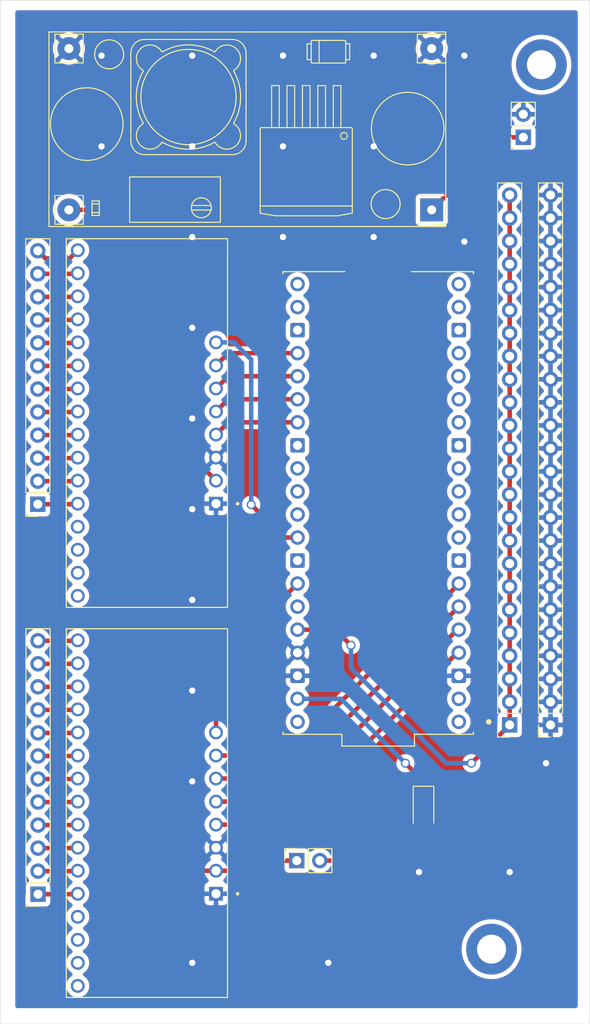
<source format=kicad_pcb>
(kicad_pcb (version 20240108) (generator "pcbnew") (generator_version "8.0")
  (layers (0 "F.Cu" signal) (31 "B.Cu" signal) (34 "B.Paste" user) (35 "F.Paste" user) (36 "B.SilkS" user "B.Silkscreen") (37 "F.SilkS" user "F.Silkscreen") (38 "B.Mask" user) (39 "F.Mask" user) (44 "Edge.Cuts" user))
  (net 0 "")
  (net 1 "GND")
  (net 2 "Net-(J3-Pin_1)")
  (net 5 "/S0_2")
  (net 6 "/S3")
  (net 7 "/S0")
  (net 9 "Net-(A1-VSYS)")
  (net 11 "Net-(A1-3V3_OUT)")
  (net 28 "Net-(D1-A)")
  (net 29 "Net-(J1-Pin_1)")
  (net 30 "Net-(J1-Pin_4)")
  (net 31 "/S2_2")
  (net 32 "/S3_2")
  (net 33 "/S1_2")
  (net 34 "/S2")
  (net 35 "Net-(J1-Pin_7)")
  (net 36 "Net-(J1-Pin_10)")
  (net 37 "Net-(J1-Pin_5)")
  (net 38 "Net-(J1-Pin_12)")
  (net 39 "Net-(J1-Pin_3)")
  (net 40 "Net-(J1-Pin_9)")
  (net 41 "Net-(J1-Pin_2)")
  (net 42 "Net-(J1-Pin_11)")
  (net 43 "Net-(J1-Pin_8)")
  (net 44 "Net-(J1-Pin_6)")
  (net 45 "Net-(J2-Pin_6)")
  (net 46 "Net-(J2-Pin_9)")
  (net 48 "Net-(J2-Pin_5)")
  (net 49 "Net-(J2-Pin_10)")
  (net 50 "Net-(J2-Pin_4)")
  (net 51 "Net-(J2-Pin_2)")
  (net 52 "Net-(J2-Pin_12)")
  (net 53 "Net-(J2-Pin_11)")
  (net 54 "Net-(J2-Pin_8)")
  (net 55 "Net-(J2-Pin_1)")
  (net 56 "Net-(J2-Pin_7)")
  (net 57 "/S1")
  (net 58 "/Out_2")
  (net 59 "/Out_1")
  (net 62 "Net-(J6-Pin_1)")
  (net 63 "Net-(J2-Pin_3)")
  (footprint "CD74HC:MODULE_BOB-09056" (layer "F.Cu") (at 40 60.5)
    (property "Reference" "U2" (hide yes))
    (property "Value" "BOB-09056" (hide yes))
    (pad "JP1-1" thru_hole circle (at -7.62 19.05) (size 1.53 1.53) (drill 1.02) (layers "*.Cu" "*.Mask"))
    (pad "JP1-2" thru_hole circle (at -7.62 16.51) (size 1.53 1.53) (drill 1.02) (layers "*.Cu" "*.Mask"))
    (pad "JP1-3" thru_hole circle (at -7.62 13.97) (size 1.53 1.53) (drill 1.02) (layers "*.Cu" "*.Mask"))
    (pad "JP1-4" thru_hole circle (at -7.62 11.43) (size 1.53 1.53) (drill 1.02) (layers "*.Cu" "*.Mask"))
    (pad "JP1-5" thru_hole circle (at -7.62 8.89) (size 1.53 1.53) (drill 1.02) (layers "*.Cu" "*.Mask") (net 55 "Net-(J2-Pin_1)"))
    (pad "JP1-6" thru_hole circle (at -7.62 6.35) (size 1.53 1.53) (drill 1.02) (layers "*.Cu" "*.Mask") (net 51 "Net-(J2-Pin_2)"))
    (pad "JP1-7" thru_hole circle (at -7.62 3.81) (size 1.53 1.53) (drill 1.02) (layers "*.Cu" "*.Mask") (net 63 "Net-(J2-Pin_3)"))
    (pad "JP1-8" thru_hole circle (at -7.62 1.27) (size 1.53 1.53) (drill 1.02) (layers "*.Cu" "*.Mask") (net 50 "Net-(J2-Pin_4)"))
    (pad "JP1-9" thru_hole circle (at -7.62 -1.27) (size 1.53 1.53) (drill 1.02) (layers "*.Cu" "*.Mask") (net 48 "Net-(J2-Pin_5)"))
    (pad "JP1-10" thru_hole circle (at -7.62 -3.81) (size 1.53 1.53) (drill 1.02) (layers "*.Cu" "*.Mask") (net 45 "Net-(J2-Pin_6)"))
    (pad "JP1-11" thru_hole circle (at -7.62 -6.35) (size 1.53 1.53) (drill 1.02) (layers "*.Cu" "*.Mask") (net 56 "Net-(J2-Pin_7)"))
    (pad "JP1-12" thru_hole circle (at -7.62 -8.89) (size 1.53 1.53) (drill 1.02) (layers "*.Cu" "*.Mask") (net 54 "Net-(J2-Pin_8)"))
    (pad "JP1-13" thru_hole circle (at -7.62 -11.43) (size 1.53 1.53) (drill 1.02) (layers "*.Cu" "*.Mask") (net 46 "Net-(J2-Pin_9)"))
    (pad "JP1-14" thru_hole circle (at -7.62 -13.97) (size 1.53 1.53) (drill 1.02) (layers "*.Cu" "*.Mask") (net 49 "Net-(J2-Pin_10)"))
    (pad "JP1-15" thru_hole circle (at -7.62 -16.51) (size 1.53 1.53) (drill 1.02) (layers "*.Cu" "*.Mask") (net 53 "Net-(J2-Pin_11)"))
    (pad "JP1-16" thru_hole circle (at -7.62 -19.05) (size 1.53 1.53) (drill 1.02) (layers "*.Cu" "*.Mask") (net 52 "Net-(J2-Pin_12)"))
    (pad "JP3-1" thru_hole rect (at 7.62 8.89) (size 1.53 1.53) (drill 1.02) (layers "*.Cu" "*.Mask") (net 1 "GND"))
    (pad "JP3-2" thru_hole circle (at 7.62 6.35) (size 1.53 1.53) (drill 1.02) (layers "*.Cu" "*.Mask") (net 62 "Net-(J6-Pin_1)"))
    (pad "JP3-3" thru_hole circle (at 7.62 3.81) (size 1.53 1.53) (drill 1.02) (layers "*.Cu" "*.Mask") (net 1 "GND"))
    (pad "JP3-4" thru_hole circle (at 7.62 1.27) (size 1.53 1.53) (drill 1.02) (layers "*.Cu" "*.Mask") (net 6 "/S3"))
    (pad "JP3-5" thru_hole circle (at 7.62 -1.27) (size 1.53 1.53) (drill 1.02) (layers "*.Cu" "*.Mask") (net 34 "/S2"))
    (pad "JP3-6" thru_hole circle (at 7.62 -3.81) (size 1.53 1.53) (drill 1.02) (layers "*.Cu" "*.Mask") (net 57 "/S1"))
    (pad "JP3-7" thru_hole circle (at 7.62 -6.35) (size 1.53 1.53) (drill 1.02) (layers "*.Cu" "*.Mask") (net 7 "/S0"))
    (pad "JP3-8" thru_hole circle (at 7.62 -8.89) (size 1.53 1.53) (drill 1.02) (layers "*.Cu" "*.Mask") (net 58 "/Out_2"))
  )
  (footprint "CD74HC:MODULE_BOB-09056" (layer "F.Cu") (at 40 103.5)
    (property "Reference" "U1" (hide yes))
    (property "Value" "BOB-09056" (hide yes))
    (pad "JP1-1" thru_hole circle (at -7.62 19.05) (size 1.53 1.53) (drill 1.02) (layers "*.Cu" "*.Mask"))
    (pad "JP1-2" thru_hole circle (at -7.62 16.51) (size 1.53 1.53) (drill 1.02) (layers "*.Cu" "*.Mask"))
    (pad "JP1-3" thru_hole circle (at -7.62 13.97) (size 1.53 1.53) (drill 1.02) (layers "*.Cu" "*.Mask"))
    (pad "JP1-4" thru_hole circle (at -7.62 11.43) (size 1.53 1.53) (drill 1.02) (layers "*.Cu" "*.Mask"))
    (pad "JP1-5" thru_hole circle (at -7.62 8.89) (size 1.53 1.53) (drill 1.02) (layers "*.Cu" "*.Mask") (net 29 "Net-(J1-Pin_1)"))
    (pad "JP1-6" thru_hole circle (at -7.62 6.35) (size 1.53 1.53) (drill 1.02) (layers "*.Cu" "*.Mask") (net 41 "Net-(J1-Pin_2)"))
    (pad "JP1-7" thru_hole circle (at -7.62 3.81) (size 1.53 1.53) (drill 1.02) (layers "*.Cu" "*.Mask") (net 39 "Net-(J1-Pin_3)"))
    (pad "JP1-8" thru_hole circle (at -7.62 1.27) (size 1.53 1.53) (drill 1.02) (layers "*.Cu" "*.Mask") (net 30 "Net-(J1-Pin_4)"))
    (pad "JP1-9" thru_hole circle (at -7.62 -1.27) (size 1.53 1.53) (drill 1.02) (layers "*.Cu" "*.Mask") (net 37 "Net-(J1-Pin_5)"))
    (pad "JP1-10" thru_hole circle (at -7.62 -3.81) (size 1.53 1.53) (drill 1.02) (layers "*.Cu" "*.Mask") (net 44 "Net-(J1-Pin_6)"))
    (pad "JP1-11" thru_hole circle (at -7.62 -6.35) (size 1.53 1.53) (drill 1.02) (layers "*.Cu" "*.Mask") (net 35 "Net-(J1-Pin_7)"))
    (pad "JP1-12" thru_hole circle (at -7.62 -8.89) (size 1.53 1.53) (drill 1.02) (layers "*.Cu" "*.Mask") (net 43 "Net-(J1-Pin_8)"))
    (pad "JP1-13" thru_hole circle (at -7.62 -11.43) (size 1.53 1.53) (drill 1.02) (layers "*.Cu" "*.Mask") (net 40 "Net-(J1-Pin_9)"))
    (pad "JP1-14" thru_hole circle (at -7.62 -13.97) (size 1.53 1.53) (drill 1.02) (layers "*.Cu" "*.Mask") (net 36 "Net-(J1-Pin_10)"))
    (pad "JP1-15" thru_hole circle (at -7.62 -16.51) (size 1.53 1.53) (drill 1.02) (layers "*.Cu" "*.Mask") (net 42 "Net-(J1-Pin_11)"))
    (pad "JP1-16" thru_hole circle (at -7.62 -19.05) (size 1.53 1.53) (drill 1.02) (layers "*.Cu" "*.Mask") (net 38 "Net-(J1-Pin_12)"))
    (pad "JP3-1" thru_hole rect (at 7.62 8.89) (size 1.53 1.53) (drill 1.02) (layers "*.Cu" "*.Mask") (net 1 "GND"))
    (pad "JP3-2" thru_hole circle (at 7.62 6.35) (size 1.53 1.53) (drill 1.02) (layers "*.Cu" "*.Mask") (net 62 "Net-(J6-Pin_1)"))
    (pad "JP3-3" thru_hole circle (at 7.62 3.81) (size 1.53 1.53) (drill 1.02) (layers "*.Cu" "*.Mask") (net 1 "GND"))
    (pad "JP3-4" thru_hole circle (at 7.62 1.27) (size 1.53 1.53) (drill 1.02) (layers "*.Cu" "*.Mask") (net 32 "/S3_2"))
    (pad "JP3-5" thru_hole circle (at 7.62 -1.27) (size 1.53 1.53) (drill 1.02) (layers "*.Cu" "*.Mask") (net 31 "/S2_2"))
    (pad "JP3-6" thru_hole circle (at 7.62 -3.81) (size 1.53 1.53) (drill 1.02) (layers "*.Cu" "*.Mask") (net 33 "/S1_2"))
    (pad "JP3-7" thru_hole circle (at 7.62 -6.35) (size 1.53 1.53) (drill 1.02) (layers "*.Cu" "*.Mask") (net 5 "/S0_2"))
    (pad "JP3-8" thru_hole circle (at 7.62 -8.89) (size 1.53 1.53) (drill 1.02) (layers "*.Cu" "*.Mask") (net 59 "/Out_1"))
  )
  (footprint "MountingHole:MountingHole_3.2mm_M3_DIN965_Pad" (layer "F.Cu") (at 83.5 21)
    (property "Reference" "H1" (hide yes))
    (property "Value" "MountingHole_Pad" (hide yes))
    (pad "1" thru_hole circle (at 0 0) (size 5.6 5.6) (drill 3.2) (layers "*.Cu" "*.Mask"))
  )
  (footprint "Connector_PinSocket_2.54mm:PinSocket_1x12_P2.54mm_Vertical" (layer "F.Cu") (at 27.975 69.45 180)
    (property "Reference" "J2" (hide yes))
    (property "Value" "Conn_01x12_Pin" (hide yes))
    (pad "1" thru_hole rect (at 0 0 180) (size 1.7 1.7) (drill 1) (layers "*.Cu" "*.Mask") (net 55 "Net-(J2-Pin_1)"))
    (pad "2" thru_hole oval (at 0 2.54 180) (size 1.7 1.7) (drill 1) (layers "*.Cu" "*.Mask") (net 51 "Net-(J2-Pin_2)"))
    (pad "3" thru_hole oval (at 0 5.08 180) (size 1.7 1.7) (drill 1) (layers "*.Cu" "*.Mask") (net 63 "Net-(J2-Pin_3)"))
    (pad "4" thru_hole oval (at 0 7.62 180) (size 1.7 1.7) (drill 1) (layers "*.Cu" "*.Mask") (net 50 "Net-(J2-Pin_4)"))
    (pad "5" thru_hole oval (at 0 10.16 180) (size 1.7 1.7) (drill 1) (layers "*.Cu" "*.Mask") (net 48 "Net-(J2-Pin_5)"))
    (pad "6" thru_hole oval (at 0 12.7 180) (size 1.7 1.7) (drill 1) (layers "*.Cu" "*.Mask") (net 45 "Net-(J2-Pin_6)"))
    (pad "7" thru_hole oval (at 0 15.24 180) (size 1.7 1.7) (drill 1) (layers "*.Cu" "*.Mask") (net 56 "Net-(J2-Pin_7)"))
    (pad "8" thru_hole oval (at 0 17.78 180) (size 1.7 1.7) (drill 1) (layers "*.Cu" "*.Mask") (net 54 "Net-(J2-Pin_8)"))
    (pad "9" thru_hole oval (at 0 20.32 180) (size 1.7 1.7) (drill 1) (layers "*.Cu" "*.Mask") (net 46 "Net-(J2-Pin_9)"))
    (pad "10" thru_hole oval (at 0 22.86 180) (size 1.7 1.7) (drill 1) (layers "*.Cu" "*.Mask") (net 49 "Net-(J2-Pin_10)"))
    (pad "11" thru_hole oval (at 0 25.4 180) (size 1.7 1.7) (drill 1) (layers "*.Cu" "*.Mask") (net 53 "Net-(J2-Pin_11)"))
    (pad "12" thru_hole oval (at 0 27.94 180) (size 1.7 1.7) (drill 1) (layers "*.Cu" "*.Mask") (net 52 "Net-(J2-Pin_12)"))
  )
  (footprint "Connector_PinSocket_2.54mm:PinSocket_1x24_P2.54mm_Vertical" (layer "F.Cu") (at 80 93.78 180)
    (property "Reference" "J5" (hide yes))
    (property "Value" "Conn_01x24_Socket" (hide yes))
    (pad "1" thru_hole rect (at 0 0 180) (size 1.7 1.7) (drill 1) (layers "*.Cu" "*.Mask") (net 11 "Net-(A1-3V3_OUT)"))
    (pad "2" thru_hole oval (at 0 2.54 180) (size 1.7 1.7) (drill 1) (layers "*.Cu" "*.Mask") (net 11 "Net-(A1-3V3_OUT)"))
    (pad "3" thru_hole oval (at 0 5.08 180) (size 1.7 1.7) (drill 1) (layers "*.Cu" "*.Mask") (net 11 "Net-(A1-3V3_OUT)"))
    (pad "4" thru_hole oval (at 0 7.62 180) (size 1.7 1.7) (drill 1) (layers "*.Cu" "*.Mask") (net 11 "Net-(A1-3V3_OUT)"))
    (pad "5" thru_hole oval (at 0 10.16 180) (size 1.7 1.7) (drill 1) (layers "*.Cu" "*.Mask") (net 11 "Net-(A1-3V3_OUT)"))
    (pad "6" thru_hole oval (at 0 12.7 180) (size 1.7 1.7) (drill 1) (layers "*.Cu" "*.Mask") (net 11 "Net-(A1-3V3_OUT)"))
    (pad "7" thru_hole oval (at 0 15.24 180) (size 1.7 1.7) (drill 1) (layers "*.Cu" "*.Mask") (net 11 "Net-(A1-3V3_OUT)"))
    (pad "8" thru_hole oval (at 0 17.78 180) (size 1.7 1.7) (drill 1) (layers "*.Cu" "*.Mask") (net 11 "Net-(A1-3V3_OUT)"))
    (pad "9" thru_hole oval (at 0 20.32 180) (size 1.7 1.7) (drill 1) (layers "*.Cu" "*.Mask") (net 11 "Net-(A1-3V3_OUT)"))
    (pad "10" thru_hole oval (at 0 22.86 180) (size 1.7 1.7) (drill 1) (layers "*.Cu" "*.Mask") (net 11 "Net-(A1-3V3_OUT)"))
    (pad "11" thru_hole oval (at 0 25.4 180) (size 1.7 1.7) (drill 1) (layers "*.Cu" "*.Mask") (net 11 "Net-(A1-3V3_OUT)"))
    (pad "12" thru_hole oval (at 0 27.94 180) (size 1.7 1.7) (drill 1) (layers "*.Cu" "*.Mask") (net 11 "Net-(A1-3V3_OUT)"))
    (pad "13" thru_hole oval (at 0 30.48 180) (size 1.7 1.7) (drill 1) (layers "*.Cu" "*.Mask") (net 11 "Net-(A1-3V3_OUT)"))
    (pad "14" thru_hole oval (at 0 33.02 180) (size 1.7 1.7) (drill 1) (layers "*.Cu" "*.Mask") (net 11 "Net-(A1-3V3_OUT)"))
    (pad "15" thru_hole oval (at 0 35.56 180) (size 1.7 1.7) (drill 1) (layers "*.Cu" "*.Mask") (net 11 "Net-(A1-3V3_OUT)"))
    (pad "16" thru_hole oval (at 0 38.1 180) (size 1.7 1.7) (drill 1) (layers "*.Cu" "*.Mask") (net 11 "Net-(A1-3V3_OUT)"))
    (pad "17" thru_hole oval (at 0 40.64 180) (size 1.7 1.7) (drill 1) (layers "*.Cu" "*.Mask") (net 11 "Net-(A1-3V3_OUT)"))
    (pad "18" thru_hole oval (at 0 43.18 180) (size 1.7 1.7) (drill 1) (layers "*.Cu" "*.Mask") (net 11 "Net-(A1-3V3_OUT)"))
    (pad "19" thru_hole oval (at 0 45.72 180) (size 1.7 1.7) (drill 1) (layers "*.Cu" "*.Mask") (net 11 "Net-(A1-3V3_OUT)"))
    (pad "20" thru_hole oval (at 0 48.26 180) (size 1.7 1.7) (drill 1) (layers "*.Cu" "*.Mask") (net 11 "Net-(A1-3V3_OUT)"))
    (pad "21" thru_hole oval (at 0 50.8 180) (size 1.7 1.7) (drill 1) (layers "*.Cu" "*.Mask") (net 11 "Net-(A1-3V3_OUT)"))
    (pad "22" thru_hole oval (at 0 53.34 180) (size 1.7 1.7) (drill 1) (layers "*.Cu" "*.Mask") (net 11 "Net-(A1-3V3_OUT)"))
    (pad "23" thru_hole oval (at 0 55.88 180) (size 1.7 1.7) (drill 1) (layers "*.Cu" "*.Mask") (net 11 "Net-(A1-3V3_OUT)"))
    (pad "24" thru_hole oval (at 0 58.42 180) (size 1.7 1.7) (drill 1) (layers "*.Cu" "*.Mask") (net 11 "Net-(A1-3V3_OUT)"))
  )
  (footprint "Connector_PinSocket_2.54mm:PinSocket_1x12_P2.54mm_Vertical" (layer "F.Cu") (at 28 112.44 180)
    (property "Reference" "J1" (hide yes))
    (property "Value" "Conn_01x12_Pin" (hide yes))
    (pad "1" thru_hole rect (at 0 0 180) (size 1.7 1.7) (drill 1) (layers "*.Cu" "*.Mask") (net 29 "Net-(J1-Pin_1)"))
    (pad "2" thru_hole oval (at 0 2.54 180) (size 1.7 1.7) (drill 1) (layers "*.Cu" "*.Mask") (net 41 "Net-(J1-Pin_2)"))
    (pad "3" thru_hole oval (at 0 5.08 180) (size 1.7 1.7) (drill 1) (layers "*.Cu" "*.Mask") (net 39 "Net-(J1-Pin_3)"))
    (pad "4" thru_hole oval (at 0 7.62 180) (size 1.7 1.7) (drill 1) (layers "*.Cu" "*.Mask") (net 30 "Net-(J1-Pin_4)"))
    (pad "5" thru_hole oval (at 0 10.16 180) (size 1.7 1.7) (drill 1) (layers "*.Cu" "*.Mask") (net 37 "Net-(J1-Pin_5)"))
    (pad "6" thru_hole oval (at 0 12.7 180) (size 1.7 1.7) (drill 1) (layers "*.Cu" "*.Mask") (net 44 "Net-(J1-Pin_6)"))
    (pad "7" thru_hole oval (at 0 15.24 180) (size 1.7 1.7) (drill 1) (layers "*.Cu" "*.Mask") (net 35 "Net-(J1-Pin_7)"))
    (pad "8" thru_hole oval (at 0 17.78 180) (size 1.7 1.7) (drill 1) (layers "*.Cu" "*.Mask") (net 43 "Net-(J1-Pin_8)"))
    (pad "9" thru_hole oval (at 0 20.32 180) (size 1.7 1.7) (drill 1) (layers "*.Cu" "*.Mask") (net 40 "Net-(J1-Pin_9)"))
    (pad "10" thru_hole oval (at 0 22.86 180) (size 1.7 1.7) (drill 1) (layers "*.Cu" "*.Mask") (net 36 "Net-(J1-Pin_10)"))
    (pad "11" thru_hole oval (at 0 25.4 180) (size 1.7 1.7) (drill 1) (layers "*.Cu" "*.Mask") (net 42 "Net-(J1-Pin_11)"))
    (pad "12" thru_hole oval (at 0 27.94 180) (size 1.7 1.7) (drill 1) (layers "*.Cu" "*.Mask") (net 38 "Net-(J1-Pin_12)"))
  )
  (footprint "Connector_PinSocket_2.54mm:PinSocket_1x24_P2.54mm_Vertical" (layer "F.Cu") (at 84.5 93.78 180)
    (property "Reference" "J4" (hide yes))
    (property "Value" "Conn_01x24_Socket" (hide yes))
    (pad "1" thru_hole rect (at 0 0 180) (size 1.7 1.7) (drill 1) (layers "*.Cu" "*.Mask") (net 1 "GND"))
    (pad "2" thru_hole oval (at 0 2.54 180) (size 1.7 1.7) (drill 1) (layers "*.Cu" "*.Mask") (net 1 "GND"))
    (pad "3" thru_hole oval (at 0 5.08 180) (size 1.7 1.7) (drill 1) (layers "*.Cu" "*.Mask") (net 1 "GND"))
    (pad "4" thru_hole oval (at 0 7.62 180) (size 1.7 1.7) (drill 1) (layers "*.Cu" "*.Mask") (net 1 "GND"))
    (pad "5" thru_hole oval (at 0 10.16 180) (size 1.7 1.7) (drill 1) (layers "*.Cu" "*.Mask") (net 1 "GND"))
    (pad "6" thru_hole oval (at 0 12.7 180) (size 1.7 1.7) (drill 1) (layers "*.Cu" "*.Mask") (net 1 "GND"))
    (pad "7" thru_hole oval (at 0 15.24 180) (size 1.7 1.7) (drill 1) (layers "*.Cu" "*.Mask") (net 1 "GND"))
    (pad "8" thru_hole oval (at 0 17.78 180) (size 1.7 1.7) (drill 1) (layers "*.Cu" "*.Mask") (net 1 "GND"))
    (pad "9" thru_hole oval (at 0 20.32 180) (size 1.7 1.7) (drill 1) (layers "*.Cu" "*.Mask") (net 1 "GND"))
    (pad "10" thru_hole oval (at 0 22.86 180) (size 1.7 1.7) (drill 1) (layers "*.Cu" "*.Mask") (net 1 "GND"))
    (pad "11" thru_hole oval (at 0 25.4 180) (size 1.7 1.7) (drill 1) (layers "*.Cu" "*.Mask") (net 1 "GND"))
    (pad "12" thru_hole oval (at 0 27.94 180) (size 1.7 1.7) (drill 1) (layers "*.Cu" "*.Mask") (net 1 "GND"))
    (pad "13" thru_hole oval (at 0 30.48 180) (size 1.7 1.7) (drill 1) (layers "*.Cu" "*.Mask") (net 1 "GND"))
    (pad "14" thru_hole oval (at 0 33.02 180) (size 1.7 1.7) (drill 1) (layers "*.Cu" "*.Mask") (net 1 "GND"))
    (pad "15" thru_hole oval (at 0 35.56 180) (size 1.7 1.7) (drill 1) (layers "*.Cu" "*.Mask") (net 1 "GND"))
    (pad "16" thru_hole oval (at 0 38.1 180) (size 1.7 1.7) (drill 1) (layers "*.Cu" "*.Mask") (net 1 "GND"))
    (pad "17" thru_hole oval (at 0 40.64 180) (size 1.7 1.7) (drill 1) (layers "*.Cu" "*.Mask") (net 1 "GND"))
    (pad "18" thru_hole oval (at 0 43.18 180) (size 1.7 1.7) (drill 1) (layers "*.Cu" "*.Mask") (net 1 "GND"))
    (pad "19" thru_hole oval (at 0 45.72 180) (size 1.7 1.7) (drill 1) (layers "*.Cu" "*.Mask") (net 1 "GND"))
    (pad "20" thru_hole oval (at 0 48.26 180) (size 1.7 1.7) (drill 1) (layers "*.Cu" "*.Mask") (net 1 "GND"))
    (pad "21" thru_hole oval (at 0 50.8 180) (size 1.7 1.7) (drill 1) (layers "*.Cu" "*.Mask") (net 1 "GND"))
    (pad "22" thru_hole oval (at 0 53.34 180) (size 1.7 1.7) (drill 1) (layers "*.Cu" "*.Mask") (net 1 "GND"))
    (pad "23" thru_hole oval (at 0 55.88 180) (size 1.7 1.7) (drill 1) (layers "*.Cu" "*.Mask") (net 1 "GND"))
    (pad "24" thru_hole oval (at 0 58.42 180) (size 1.7 1.7) (drill 1) (layers "*.Cu" "*.Mask") (net 1 "GND"))
  )
  (footprint "Connector_PinSocket_2.54mm:PinSocket_1x02_P2.54mm_Vertical" (layer "F.Cu") (at 56.525 108.7375 90)
    (property "Reference" "J6" (hide yes))
    (property "Value" "Conn_01x02_Pin" (hide yes))
    (pad "1" thru_hole rect (at 0 0 90) (size 1.7 1.7) (drill 1) (layers "*.Cu" "*.Mask") (net 62 "Net-(J6-Pin_1)"))
    (pad "2" thru_hole oval (at 0 2.54 90) (size 1.7 1.7) (drill 1) (layers "*.Cu" "*.Mask") (net 28 "Net-(D1-A)"))
  )
  (footprint "MountingHole:MountingHole_3.2mm_M3_DIN965_Pad" (layer "F.Cu") (at 78 118.5)
    (property "Reference" "H2" (hide yes))
    (property "Value" "MountingHole_Pad" (hide yes))
    (pad "1" thru_hole circle (at 0 0) (size 5.6 5.6) (drill 3.2) (layers "*.Cu" "*.Mask"))
  )
  (footprint "LM2596S:YAAJ_DCDC_StepDown_LM2596" (layer "F.Cu") (at 71.4 37 180)
    (property "Reference" "U6" (hide yes))
    (property "Value" "YAAJ_DCDC_StepDown_LM2596" (hide yes))
    (pad "1" thru_hole rect (at 0 0 180) (size 2.54 2.54) (drill 1) (layers "*.Cu" "*.Mask") (net 2 "Net-(J3-Pin_1)"))
    (pad "2" thru_hole circle (at 0 17.78 180) (size 2.54 2.54) (drill 1) (layers "*.Cu" "*.Mask") (net 1 "GND"))
    (pad "3" thru_hole circle (at 40 17.78 180) (size 2.54 2.54) (drill 1) (layers "*.Cu" "*.Mask") (net 1 "GND"))
    (pad "4" thru_hole circle (at 40 0 180) (size 2.54 2.54) (drill 1) (layers "*.Cu" "*.Mask") (net 62 "Net-(J6-Pin_1)"))
  )
  (footprint "Diode_SMD:D_1206_3216Metric_Pad1.42x1.75mm_HandSolder" (layer "F.Cu") (at 70.5 103 -90)
    (property "Reference" "D1" (hide yes))
    (property "Value" "D_Schottky" (hide yes))
    (pad "1" smd roundrect (at -1.4875 0 270) (size 1.425 1.75) (layers "F.Cu" "F.Paste" "F.Mask") (roundrect_rratio 0.175439) (net 9 "Net-(A1-VSYS)"))
    (pad "2" smd roundrect (at 1.4875 0 270) (size 1.425 1.75) (layers "F.Cu" "F.Paste" "F.Mask") (roundrect_rratio 0.175439) (net 28 "Net-(D1-A)"))
  )
  (footprint "rppipicow:MODULE_SC0918" (layer "F.Cu") (at 65.5 69.31 180)
    (property "Reference" "A1" (hide yes))
    (property "Value" "SC0918" (hide yes))
    (pad "1" thru_hole circle (at -8.89 -24.13 180) (size 1.6 1.6) (drill 1) (layers "*.Cu" "*.Mask"))
    (pad "2" thru_hole circle (at -8.89 -21.59 180) (size 1.6 1.6) (drill 1) (layers "*.Cu" "*.Mask"))
    (pad "3" thru_hole roundrect (at -8.89 -19.05 180) (size 1.6 1.6) (drill 1) (layers "*.Cu" "*.Mask") (roundrect_rratio 0.125) (net 1 "GND"))
    (pad "4" thru_hole circle (at -8.89 -16.51 180) (size 1.6 1.6) (drill 1) (layers "*.Cu" "*.Mask") (net 32 "/S3_2"))
    (pad "5" thru_hole circle (at -8.89 -13.97 180) (size 1.6 1.6) (drill 1) (layers "*.Cu" "*.Mask") (net 31 "/S2_2"))
    (pad "6" thru_hole circle (at -8.89 -11.43 180) (size 1.6 1.6) (drill 1) (layers "*.Cu" "*.Mask") (net 33 "/S1_2"))
    (pad "7" thru_hole circle (at -8.89 -8.89 180) (size 1.6 1.6) (drill 1) (layers "*.Cu" "*.Mask") (net 5 "/S0_2"))
    (pad "8" thru_hole roundrect (at -8.89 -6.35 180) (size 1.6 1.6) (drill 1) (layers "*.Cu" "*.Mask") (roundrect_rratio 0.125))
    (pad "9" thru_hole circle (at -8.89 -3.81 180) (size 1.6 1.6) (drill 1) (layers "*.Cu" "*.Mask"))
    (pad "10" thru_hole circle (at -8.89 -1.27 180) (size 1.6 1.6) (drill 1) (layers "*.Cu" "*.Mask"))
    (pad "11" thru_hole circle (at -8.89 1.27 180) (size 1.6 1.6) (drill 1) (layers "*.Cu" "*.Mask"))
    (pad "12" thru_hole circle (at -8.89 3.81 180) (size 1.6 1.6) (drill 1) (layers "*.Cu" "*.Mask"))
    (pad "13" thru_hole roundrect (at -8.89 6.35 180) (size 1.6 1.6) (drill 1) (layers "*.Cu" "*.Mask") (roundrect_rratio 0.125))
    (pad "14" thru_hole circle (at -8.89 8.89 180) (size 1.6 1.6) (drill 1) (layers "*.Cu" "*.Mask"))
    (pad "15" thru_hole circle (at -8.89 11.43 180) (size 1.6 1.6) (drill 1) (layers "*.Cu" "*.Mask"))
    (pad "16" thru_hole circle (at -8.848119 13.97 180) (size 1.6 1.6) (drill 1) (layers "*.Cu" "*.Mask"))
    (pad "17" thru_hole circle (at -8.89 16.51 180) (size 1.6 1.6) (drill 1) (layers "*.Cu" "*.Mask"))
    (pad "18" thru_hole roundrect (at -8.89 19.05 180) (size 1.6 1.6) (drill 1) (layers "*.Cu" "*.Mask") (roundrect_rratio 0.125))
    (pad "19" thru_hole circle (at -8.89 21.59 180) (size 1.6 1.6) (drill 1) (layers "*.Cu" "*.Mask"))
    (pad "20" thru_hole circle (at -8.89 24.13 180) (size 1.6 1.6) (drill 1) (layers "*.Cu" "*.Mask"))
    (pad "21" thru_hole circle (at 8.89 24.13 180) (size 1.6 1.6) (drill 1) (layers "*.Cu" "*.Mask"))
    (pad "22" thru_hole circle (at 8.89 21.59 180) (size 1.6 1.6) (drill 1) (layers "*.Cu" "*.Mask"))
    (pad "23" thru_hole roundrect (at 8.89 19.05 180) (size 1.6 1.6) (drill 1) (layers "*.Cu" "*.Mask") (roundrect_rratio 0.125))
    (pad "24" thru_hole circle (at 8.89 16.51 180) (size 1.6 1.6) (drill 1) (layers "*.Cu" "*.Mask") (net 7 "/S0"))
    (pad "25" thru_hole circle (at 8.89 13.97 180) (size 1.6 1.6) (drill 1) (layers "*.Cu" "*.Mask") (net 57 "/S1"))
    (pad "26" thru_hole circle (at 8.89 11.43 180) (size 1.6 1.6) (drill 1) (layers "*.Cu" "*.Mask") (net 34 "/S2"))
    (pad "27" thru_hole circle (at 8.89 8.89 180) (size 1.6 1.6) (drill 1) (layers "*.Cu" "*.Mask") (net 6 "/S3"))
    (pad "28" thru_hole roundrect (at 8.89 6.35 180) (size 1.6 1.6) (drill 1) (layers "*.Cu" "*.Mask") (roundrect_rratio 0.125))
    (pad "29" thru_hole circle (at 8.89 3.81 180) (size 1.6 1.6) (drill 1) (layers "*.Cu" "*.Mask"))
    (pad "30" thru_hole circle (at 8.89 1.27 180) (size 1.6 1.6) (drill 1) (layers "*.Cu" "*.Mask"))
    (pad "31" thru_hole circle (at 8.89 -1.27 180) (size 1.6 1.6) (drill 1) (layers "*.Cu" "*.Mask"))
    (pad "32" thru_hole circle (at 8.89 -3.81 180) (size 1.6 1.6) (drill 1) (layers "*.Cu" "*.Mask") (net 58 "/Out_2"))
    (pad "33" thru_hole roundrect (at 8.89 -6.35 180) (size 1.6 1.6) (drill 1) (layers "*.Cu" "*.Mask") (roundrect_rratio 0.125))
    (pad "34" thru_hole circle (at 8.89 -8.89 180) (size 1.6 1.6) (drill 1) (layers "*.Cu" "*.Mask") (net 59 "/Out_1"))
    (pad "35" thru_hole circle (at 8.89 -11.43 180) (size 1.6 1.6) (drill 1) (layers "*.Cu" "*.Mask"))
    (pad "36" thru_hole circle (at 8.89 -13.97 180) (size 1.6 1.6) (drill 1) (layers "*.Cu" "*.Mask") (net 11 "Net-(A1-3V3_OUT)"))
    (pad "37" thru_hole circle (at 8.89 -16.51 180) (size 1.6 1.6) (drill 1) (layers "*.Cu" "*.Mask") (net 1 "GND"))
    (pad "38" thru_hole roundrect (at 8.89 -19.05 180) (size 1.6 1.6) (drill 1) (layers "*.Cu" "*.Mask") (roundrect_rratio 0.125) (net 1 "GND"))
    (pad "39" thru_hole circle (at 8.89 -21.59 180) (size 1.6 1.6) (drill 1) (layers "*.Cu" "*.Mask") (net 9 "Net-(A1-VSYS)"))
    (pad "40" thru_hole circle (at 8.89 -24.13 180) (size 1.6 1.6) (drill 1) (layers "*.Cu" "*.Mask"))
  )
  (footprint "Connector_PinSocket_2.54mm:PinSocket_1x02_P2.54mm_Vertical" (layer "F.Cu") (at 81.5 29 180)
    (property "Reference" "J3" (hide yes))
    (property "Value" "Conn_01x02_Pin" (hide yes))
    (pad "1" thru_hole rect (at 0 0 180) (size 1.7 1.7) (drill 1) (layers "*.Cu" "*.Mask") (net 2 "Net-(J3-Pin_1)"))
    (pad "2" thru_hole oval (at 0 2.54 180) (size 1.7 1.7) (drill 1) (layers "*.Cu" "*.Mask") (net 1 "GND"))
  )
  (gr_rect (start 23.83 13.89) (end 88.83 126.74) (stroke (width 0.05)) (fill none) (layer "Edge.Cuts"))
  (via (at 45 60) (size 1) (drill 0.7) (layers "F.Cu" "B.Cu") (net 1))
  (via (at 75 20) (size 1) (drill 0.7) (layers "F.Cu" "B.Cu") (net 1))
  (via (at 84 98) (size 1) (drill 0.7) (layers "F.Cu" "B.Cu") (net 1))
  (via (at 80 110) (size 1) (drill 0.7) (layers "F.Cu" "B.Cu") (net 1))
  (via (at 45 70) (size 1) (drill 0.7) (layers "F.Cu" "B.Cu") (net 1))
  (via (at 35 20) (size 1) (drill 0.7) (layers "F.Cu" "B.Cu") (net 1))
  (via (at 65 20) (size 1) (drill 0.7) (layers "F.Cu" "B.Cu") (net 1))
  (via (at 75 40.5) (size 1) (drill 0.7) (layers "F.Cu" "B.Cu") (net 1))
  (via (at 60 120) (size 1) (drill 0.7) (layers "F.Cu" "B.Cu") (net 1))
  (via (at 65 30) (size 1) (drill 0.7) (layers "F.Cu" "B.Cu") (net 1))
  (via (at 55 30) (size 1) (drill 0.7) (layers "F.Cu" "B.Cu") (net 1))
  (via (at 70 110) (size 1) (drill 0.7) (layers "F.Cu" "B.Cu") (net 1))
  (via (at 45 120) (size 1) (drill 0.7) (layers "F.Cu" "B.Cu") (net 1))
  (via (at 45 30) (size 1) (drill 0.7) (layers "F.Cu" "B.Cu") (net 1))
  (via (at 55 40) (size 1) (drill 0.7) (layers "F.Cu" "B.Cu") (net 1))
  (via (at 45 100) (size 1) (drill 0.7) (layers "F.Cu" "B.Cu") (net 1))
  (via (at 35 30) (size 1) (drill 0.7) (layers "F.Cu" "B.Cu") (net 1))
  (via (at 55 20) (size 1) (drill 0.7) (layers "F.Cu" "B.Cu") (net 1))
  (via (at 65 40) (size 1) (drill 0.7) (layers "F.Cu" "B.Cu") (net 1))
  (via (at 45 80) (size 1) (drill 0.7) (layers "F.Cu" "B.Cu") (net 1))
  (via (at 45 40) (size 1) (drill 0.7) (layers "F.Cu" "B.Cu") (net 1))
  (via (at 45 50) (size 1) (drill 0.7) (layers "F.Cu" "B.Cu") (net 1))
  (via (at 45 20) (size 1) (drill 0.7) (layers "F.Cu" "B.Cu") (net 1))
  (via (at 45 90) (size 1) (drill 0.7) (layers "F.Cu" "B.Cu") (net 1))
  (segment (start 81.5 29) (end 79.4 29) (width 0.5) (layer "F.Cu") (net 2))
  (segment (start 79.4 29) (end 71.4 37) (width 0.5) (layer "F.Cu") (net 2))
  (segment (start 55.471016 97.15) (end 74.39 78.231016) (width 0.5) (layer "F.Cu") (net 5))
  (segment (start 74.39 78.231016) (end 74.39 78.2) (width 0.5) (layer "F.Cu") (net 5))
  (segment (start 47.62 97.15) (end 55.471016 97.15) (width 0.5) (layer "F.Cu") (net 5))
  (segment (start 56.61 60.42) (end 48.97 60.42) (width 0.5) (layer "F.Cu") (net 6))
  (segment (start 48.97 60.42) (end 47.62 61.77) (width 0.5) (layer "F.Cu") (net 6))
  (segment (start 47.62 54.15) (end 48.97 52.8) (width 0.5) (layer "F.Cu") (net 7))
  (segment (start 48.97 52.8) (end 56.61 52.8) (width 0.5) (layer "F.Cu") (net 7))
  (segment (start 70.5 100) (end 68.5 98) (width 0.5) (layer "F.Cu") (net 9))
  (segment (start 70.5 101.5125) (end 70.5 100) (width 0.5) (layer "F.Cu") (net 9))
  (via (at 68.5 98) (size 1) (drill 0.7) (layers "F.Cu" "B.Cu") (net 9))
  (segment (start 61.4 90.9) (end 56.61 90.9) (width 0.5) (layer "B.Cu") (net 9))
  (segment (start 68.5 98) (end 61.4 90.9) (width 0.5) (layer "B.Cu") (net 9))
  (segment (start 80 48.06) (end 80 45.52) (width 0.5) (layer "F.Cu") (net 11))
  (segment (start 80 58.22) (end 80 55.68) (width 0.5) (layer "F.Cu") (net 11))
  (segment (start 75.78 98) (end 80 93.78) (width 0.5) (layer "F.Cu") (net 11))
  (segment (start 80 50.6) (end 80 48.06) (width 0.5) (layer "F.Cu") (net 11))
  (segment (start 60.78 83.28) (end 62.5 85) (width 0.5) (layer "F.Cu") (net 11))
  (segment (start 80 70.92) (end 80 68.38) (width 0.5) (layer "F.Cu") (net 11))
  (segment (start 80 55.68) (end 80 53.14) (width 0.5) (layer "F.Cu") (net 11))
  (segment (start 80 65.84) (end 80 63.3) (width 0.5) (layer "F.Cu") (net 11))
  (segment (start 80 68.38) (end 80 65.84) (width 0.5) (layer "F.Cu") (net 11))
  (segment (start 80 60.76) (end 80 58.22) (width 0.5) (layer "F.Cu") (net 11))
  (segment (start 80 81.08) (end 80 78.54) (width 0.5) (layer "F.Cu") (net 11))
  (segment (start 80 86.16) (end 80 83.62) (width 0.5) (layer "F.Cu") (net 11))
  (segment (start 80 53.14) (end 80 50.6) (width 0.5) (layer "F.Cu") (net 11))
  (segment (start 80 40.44) (end 80 37.9) (width 0.5) (layer "F.Cu") (net 11))
  (segment (start 80 91.24) (end 80 88.7) (width 0.5) (layer "F.Cu") (net 11))
  (segment (start 80 42.98) (end 80 40.44) (width 0.5) (layer "F.Cu") (net 11))
  (segment (start 80 83.62) (end 80 81.08) (width 0.5) (layer "F.Cu") (net 11))
  (segment (start 80 76) (end 80 73.46) (width 0.5) (layer "F.Cu") (net 11))
  (segment (start 80 73.46) (end 80 70.92) (width 0.5) (layer "F.Cu") (net 11))
  (segment (start 56.61 83.28) (end 60.78 83.28) (width 0.5) (layer "F.Cu") (net 11))
  (segment (start 80 78.54) (end 80 76) (width 0.5) (layer "F.Cu") (net 11))
  (segment (start 80 86.16) (end 80 88.7) (width 0.5) (layer "F.Cu") (net 11))
  (segment (start 80 93.78) (end 80 91.24) (width 0.5) (layer "F.Cu") (net 11))
  (segment (start 80 63.3) (end 80 60.76) (width 0.5) (layer "F.Cu") (net 11))
  (segment (start 80 45.52) (end 80 42.98) (width 0.5) (layer "F.Cu") (net 11))
  (segment (start 80 37.9) (end 80 35.36) (width 0.5) (layer "F.Cu") (net 11))
  (via (at 62.5 85) (size 1) (drill 0.7) (layers "F.Cu" "B.Cu") (net 11))
  (via (at 75.78 98) (size 1) (drill 0.7) (layers "F.Cu" "B.Cu") (net 11))
  (segment (start 62.5 87.5) (end 73 98) (width 0.5) (layer "B.Cu") (net 11))
  (segment (start 73 98) (end 75.78 98) (width 0.5) (layer "B.Cu") (net 11))
  (segment (start 62.5 85) (end 62.5 87.5) (width 0.5) (layer "B.Cu") (net 11))
  (segment (start 66.25 108.7375) (end 70.5 104.4875) (width 0.5) (layer "F.Cu") (net 28))
  (segment (start 59.065 108.7375) (end 66.25 108.7375) (width 0.5) (layer "F.Cu") (net 28))
  (segment (start 28 112.44) (end 32.33 112.44) (width 0.5) (layer "F.Cu") (net 29))
  (segment (start 32.33 112.44) (end 32.38 112.39) (width 0.5) (layer "F.Cu") (net 29))
  (segment (start 28 104.82) (end 32.33 104.82) (width 0.5) (layer "F.Cu") (net 30))
  (segment (start 32.33 104.82) (end 32.38 104.77) (width 0.5) (layer "F.Cu") (net 30))
  (segment (start 74.22 83.28) (end 55.27 102.23) (width 0.5) (layer "F.Cu") (net 31))
  (segment (start 55.27 102.23) (end 47.62 102.23) (width 0.5) (layer "F.Cu") (net 31))
  (segment (start 74.39 83.28) (end 74.22 83.28) (width 0.5) (layer "F.Cu") (net 31))
  (segment (start 74.39 85.82) (end 74.219315 85.82) (width 0.5) (layer "F.Cu") (net 32))
  (segment (start 74.219315 85.82) (end 55.269315 104.77) (width 0.5) (layer "F.Cu") (net 32))
  (segment (start 55.269315 104.77) (end 47.62 104.77) (width 0.5) (layer "F.Cu") (net 32))
  (segment (start 55.44 99.69) (end 47.62 99.69) (width 0.5) (layer "F.Cu") (net 33))
  (segment (start 74.39 80.74) (end 55.44 99.69) (width 0.5) (layer "F.Cu") (net 33))
  (segment (start 56.61 57.88) (end 48.97 57.88) (width 0.5) (layer "F.Cu") (net 34))
  (segment (start 48.97 57.88) (end 47.62 59.23) (width 0.5) (layer "F.Cu") (net 34))
  (segment (start 32.33 97.2) (end 32.38 97.15) (width 0.5) (layer "F.Cu") (net 35))
  (segment (start 28 97.2) (end 32.33 97.2) (width 0.5) (layer "F.Cu") (net 35))
  (segment (start 28 89.58) (end 32.33 89.58) (width 0.5) (layer "F.Cu") (net 36))
  (segment (start 32.33 89.58) (end 32.38 89.53) (width 0.5) (layer "F.Cu") (net 36))
  (segment (start 28 102.28) (end 32.33 102.28) (width 0.5) (layer "F.Cu") (net 37))
  (segment (start 32.33 102.28) (end 32.38 102.23) (width 0.5) (layer "F.Cu") (net 37))
  (segment (start 28 84.5) (end 32.33 84.5) (width 0.5) (layer "F.Cu") (net 38))
  (segment (start 32.33 84.5) (end 32.38 84.45) (width 0.5) (layer "F.Cu") (net 38))
  (segment (start 28 107.36) (end 32.33 107.36) (width 0.5) (layer "F.Cu") (net 39))
  (segment (start 32.33 107.36) (end 32.38 107.31) (width 0.5) (layer "F.Cu") (net 39))
  (segment (start 32.33 92.12) (end 32.38 92.07) (width 0.5) (layer "F.Cu") (net 40))
  (segment (start 28 92.12) (end 32.33 92.12) (width 0.5) (layer "F.Cu") (net 40))
  (segment (start 32.33 109.9) (end 32.38 109.85) (width 0.5) (layer "F.Cu") (net 41))
  (segment (start 28 109.9) (end 32.33 109.9) (width 0.5) (layer "F.Cu") (net 41))
  (segment (start 28 87.04) (end 32.33 87.04) (width 0.5) (layer "F.Cu") (net 42))
  (segment (start 32.33 87.04) (end 32.38 86.99) (width 0.5) (layer "F.Cu") (net 42))
  (segment (start 28 94.66) (end 32.33 94.66) (width 0.5) (layer "F.Cu") (net 43))
  (segment (start 32.33 94.66) (end 32.38 94.61) (width 0.5) (layer "F.Cu") (net 43))
  (segment (start 32.33 99.74) (end 32.38 99.69) (width 0.5) (layer "F.Cu") (net 44))
  (segment (start 28 99.74) (end 32.33 99.74) (width 0.5) (layer "F.Cu") (net 44))
  (segment (start 27.975 56.75) (end 32.32 56.75) (width 0.5) (layer "F.Cu") (net 45))
  (segment (start 32.32 56.75) (end 32.38 56.69) (width 0.5) (layer "F.Cu") (net 45))
  (segment (start 27.975 49.13) (end 32.32 49.13) (width 0.5) (layer "F.Cu") (net 46))
  (segment (start 32.32 49.13) (end 32.38 49.07) (width 0.5) (layer "F.Cu") (net 46))
  (segment (start 27.975 59.29) (end 32.32 59.29) (width 0.5) (layer "F.Cu") (net 48))
  (segment (start 32.32 59.29) (end 32.38 59.23) (width 0.5) (layer "F.Cu") (net 48))
  (segment (start 27.975 46.59) (end 32.32 46.59) (width 0.5) (layer "F.Cu") (net 49))
  (segment (start 32.32 46.59) (end 32.38 46.53) (width 0.5) (layer "F.Cu") (net 49))
  (segment (start 32.32 61.83) (end 32.38 61.77) (width 0.5) (layer "F.Cu") (net 50))
  (segment (start 27.975 61.83) (end 32.32 61.83) (width 0.5) (layer "F.Cu") (net 50))
  (segment (start 27.975 66.91) (end 32.32 66.91) (width 0.5) (layer "F.Cu") (net 51))
  (segment (start 32.32 66.91) (end 32.38 66.85) (width 0.5) (layer "F.Cu") (net 51))
  (segment (start 31.47 42.36) (end 32.38 41.45) (width 0.5) (layer "F.Cu") (net 52))
  (segment (start 28.825 42.36) (end 31.47 42.36) (width 0.5) (layer "F.Cu") (net 52))
  (segment (start 27.975 41.51) (end 28.825 42.36) (width 0.5) (layer "F.Cu") (net 52))
  (segment (start 27.975 44.05) (end 32.32 44.05) (width 0.5) (layer "F.Cu") (net 53))
  (segment (start 32.32 44.05) (end 32.38 43.99) (width 0.5) (layer "F.Cu") (net 53))
  (segment (start 27.975 51.67) (end 32.32 51.67) (width 0.5) (layer "F.Cu") (net 54))
  (segment (start 32.32 51.67) (end 32.38 51.61) (width 0.5) (layer "F.Cu") (net 54))
  (segment (start 32.32 69.45) (end 32.38 69.39) (width 0.5) (layer "F.Cu") (net 55))
  (segment (start 27.975 69.45) (end 32.32 69.45) (width 0.5) (layer "F.Cu") (net 55))
  (segment (start 32.32 54.21) (end 32.38 54.15) (width 0.5) (layer "F.Cu") (net 56))
  (segment (start 27.975 54.21) (end 32.32 54.21) (width 0.5) (layer "F.Cu") (net 56))
  (segment (start 48.97 55.34) (end 56.61 55.34) (width 0.5) (layer "F.Cu") (net 57))
  (segment (start 47.62 56.69) (end 48.97 55.34) (width 0.5) (layer "F.Cu") (net 57))
  (segment (start 56.61 73.12) (end 55.12 73.12) (width 0.5) (layer "F.Cu") (net 58))
  (segment (start 55.12 73.12) (end 51.5 69.5) (width 0.5) (layer "F.Cu") (net 58))
  (via (at 51.5 69.5) (size 1) (drill 0.7) (layers "F.Cu" "B.Cu") (net 58))
  (segment (start 49.61 51.61) (end 47.62 51.61) (width 0.5) (layer "B.Cu") (net 58))
  (segment (start 51.5 53.5) (end 49.61 51.61) (width 0.5) (layer "B.Cu") (net 58))
  (segment (start 51.5 69.5) (end 51.5 53.5) (width 0.5) (layer "B.Cu") (net 58))
  (segment (start 47.62 94.61) (end 47.62 87.19) (width 0.5) (layer "F.Cu") (net 59))
  (segment (start 47.62 87.19) (end 56.61 78.2) (width 0.5) (layer "F.Cu") (net 59))
  (segment (start 38.5 103.5) (end 44.85 109.85) (width 0.5) (layer "F.Cu") (net 62))
  (segment (start 44.85 109.85) (end 47.62 109.85) (width 0.5) (layer "F.Cu") (net 62))
  (segment (start 40.5 59.73) (end 41.135 60.365) (width 0.5) (layer "F.Cu") (net 62))
  (segment (start 38.5 61.73) (end 38.5 103.5) (width 0.5) (layer "F.Cu") (net 62))
  (segment (start 50.15 109.85) (end 51.2625 108.7375) (width 0.5) (layer "F.Cu") (net 62))
  (segment (start 40.885 60.115) (end 41.135 60.365) (width 0.5) (layer "F.Cu") (net 62))
  (segment (start 40.5 43.5) (end 40.5 59.73) (width 0.5) (layer "F.Cu") (net 62))
  (segment (start 41.135 60.365) (end 47.62 66.85) (width 0.5) (layer "F.Cu") (net 62))
  (segment (start 40.5 59.73) (end 39.865 60.365) (width 0.5) (layer "F.Cu") (net 62))
  (segment (start 51.2625 108.7375) (end 56.525 108.7375) (width 0.5) (layer "F.Cu") (net 62))
  (segment (start 31.4 37) (end 34 37) (width 0.5) (layer "F.Cu") (net 62))
  (segment (start 40.115 60.115) (end 40.885 60.115) (width 0.5) (layer "F.Cu") (net 62))
  (segment (start 39.865 60.365) (end 38.5 61.73) (width 0.5) (layer "F.Cu") (net 62))
  (segment (start 47.62 109.85) (end 50.15 109.85) (width 0.5) (layer "F.Cu") (net 62))
  (segment (start 39.865 60.365) (end 40.115 60.115) (width 0.5) (layer "F.Cu") (net 62))
  (segment (start 34 37) (end 40.5 43.5) (width 0.5) (layer "F.Cu") (net 62))
  (segment (start 32.32 64.37) (end 32.38 64.31) (width 0.5) (layer "F.Cu") (net 63))
  (segment (start 27.975 64.37) (end 32.32 64.37) (width 0.5) (layer "F.Cu") (net 63))
  (zone (net 1) (net_name "GND") (layers "F&B.Cu") (connect_pads (clearance 0.5)) (min_thickness 0.5) (fill yes (thermal_gap 0.5) (thermal_bridge_width 0.5))
    (polygon (pts (xy 25.5 15) (xy 87.5 15) (xy 87.5 125) (xy 25.5 125)))
  )
)
</source>
